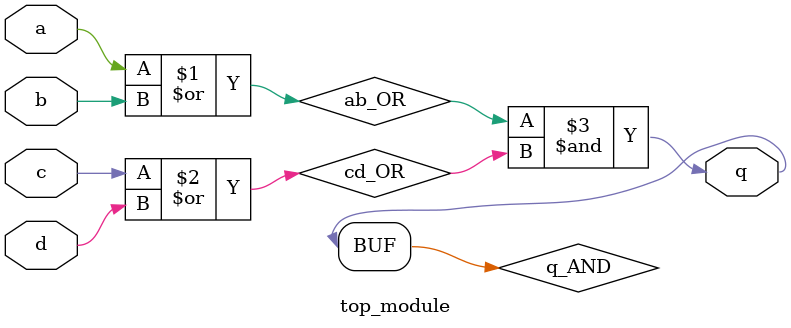
<source format=sv>
module top_module (
  input a, 
  input b, 
  input c, 
  input d,
  output q
);

  wire ab_OR, cd_OR;
  wire q_AND;

  or(ab_OR, a, b);
  or(cd_OR, c, d);
  and(q_AND, ab_OR, cd_OR);

  assign q = q_AND;

endmodule

</source>
